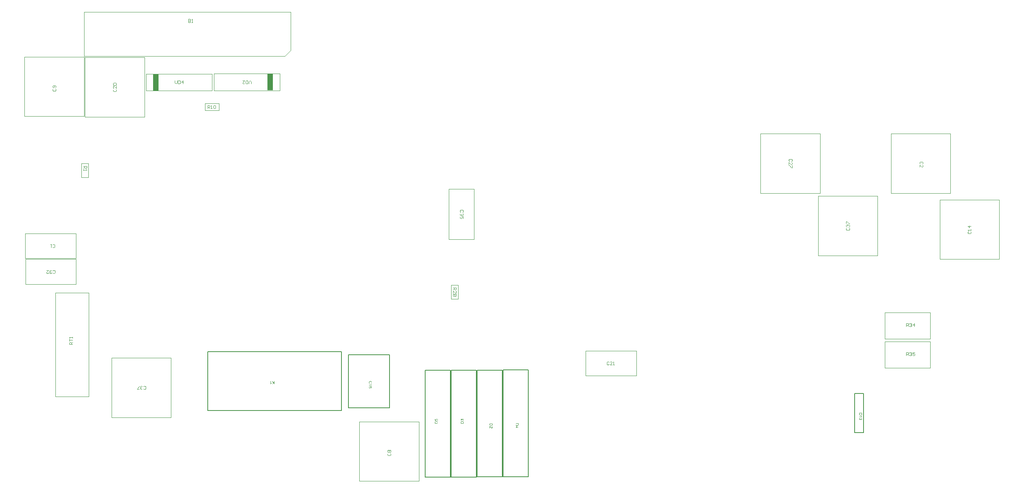
<source format=gbr>
%TF.GenerationSoftware,Altium Limited,Altium Designer,24.3.1 (35)*%
G04 Layer_Color=32768*
%FSLAX43Y43*%
%MOMM*%
%TF.SameCoordinates,76E1361F-AA3B-45A8-A24B-41510BF92E79*%
%TF.FilePolarity,Positive*%
%TF.FileFunction,Other,Top_Assembly*%
%TF.Part,Single*%
G01*
G75*
%TA.AperFunction,NonConductor*%
%ADD94C,0.200*%
%ADD133C,0.100*%
%ADD142R,1.300X3.675*%
G36*
X55875Y22260D02*
X55790D01*
Y22578D01*
X55474Y22260D01*
X55358D01*
X55626Y22520D01*
X55346Y22900D01*
X55458D01*
X55685Y22577D01*
X55790Y22678D01*
Y22900D01*
X55875D01*
Y22260D01*
D02*
G37*
G36*
X55090Y22400D02*
X55091Y22401D01*
X55096Y22404D01*
X55101Y22410D01*
X55110Y22416D01*
X55121Y22425D01*
X55134Y22434D01*
X55148Y22444D01*
X55165Y22454D01*
X55166D01*
X55167Y22455D01*
X55172Y22459D01*
X55182Y22464D01*
X55193Y22469D01*
X55206Y22476D01*
X55219Y22482D01*
X55233Y22489D01*
X55247Y22494D01*
Y22418D01*
X55246D01*
X55244Y22416D01*
X55241Y22416D01*
X55236Y22413D01*
X55231Y22410D01*
X55224Y22406D01*
X55208Y22397D01*
X55190Y22387D01*
X55171Y22374D01*
X55152Y22359D01*
X55133Y22343D01*
X55132Y22343D01*
X55131Y22342D01*
X55128Y22339D01*
X55124Y22336D01*
X55116Y22327D01*
X55105Y22316D01*
X55094Y22303D01*
X55082Y22288D01*
X55072Y22273D01*
X55062Y22257D01*
X55011D01*
Y22900D01*
X55090D01*
Y22400D01*
D02*
G37*
G36*
X103490Y13379D02*
X103489Y13362D01*
X103488Y13344D01*
X103486Y13325D01*
X103483Y13307D01*
X103481Y13291D01*
Y13290D01*
X103480Y13288D01*
Y13286D01*
X103478Y13282D01*
X103475Y13272D01*
X103470Y13259D01*
X103464Y13244D01*
X103456Y13228D01*
X103446Y13213D01*
X103434Y13198D01*
X103433Y13197D01*
X103432Y13196D01*
X103430Y13193D01*
X103427Y13190D01*
X103418Y13180D01*
X103405Y13169D01*
X103389Y13157D01*
X103371Y13144D01*
X103349Y13132D01*
X103325Y13122D01*
X103324D01*
X103322Y13121D01*
X103319Y13119D01*
X103313Y13118D01*
X103307Y13116D01*
X103299Y13114D01*
X103291Y13112D01*
X103281Y13109D01*
X103271Y13106D01*
X103259Y13104D01*
X103233Y13100D01*
X103204Y13097D01*
X103173Y13096D01*
X103172D01*
X103170D01*
X103165D01*
X103161D01*
X103154Y13097D01*
X103147D01*
X103129Y13098D01*
X103109Y13101D01*
X103088Y13104D01*
X103065Y13108D01*
X103043Y13114D01*
X103042D01*
X103040Y13115D01*
X103038Y13116D01*
X103034Y13116D01*
X103024Y13120D01*
X103011Y13126D01*
X102996Y13131D01*
X102981Y13139D01*
X102966Y13148D01*
X102951Y13157D01*
X102949Y13158D01*
X102944Y13162D01*
X102938Y13167D01*
X102929Y13175D01*
X102920Y13183D01*
X102911Y13193D01*
X102901Y13203D01*
X102893Y13215D01*
X102892Y13217D01*
X102889Y13221D01*
X102885Y13227D01*
X102881Y13237D01*
X102875Y13248D01*
X102870Y13261D01*
X102865Y13276D01*
X102860Y13292D01*
Y13294D01*
X102859Y13297D01*
X102858Y13300D01*
X102857Y13309D01*
X102856Y13322D01*
X102854Y13337D01*
X102852Y13354D01*
X102851Y13374D01*
X102850Y13395D01*
Y13625D01*
X103490D01*
Y13379D01*
D02*
G37*
G36*
X102868Y13022D02*
X102876Y13021D01*
X102885Y13019D01*
X102894Y13018D01*
X102905Y13014D01*
X102905D01*
X102906Y13013D01*
X102912Y13011D01*
X102920Y13007D01*
X102931Y13002D01*
X102944Y12994D01*
X102959Y12985D01*
X102974Y12975D01*
X102990Y12962D01*
X102991D01*
X102991Y12960D01*
X102997Y12956D01*
X103005Y12947D01*
X103017Y12935D01*
X103031Y12921D01*
X103048Y12904D01*
X103066Y12883D01*
X103086Y12859D01*
X103087Y12859D01*
X103089Y12855D01*
X103094Y12849D01*
X103100Y12843D01*
X103107Y12835D01*
X103115Y12824D01*
X103125Y12814D01*
X103135Y12802D01*
X103157Y12779D01*
X103179Y12756D01*
X103190Y12745D01*
X103201Y12735D01*
X103211Y12725D01*
X103222Y12718D01*
X103223D01*
X103224Y12716D01*
X103226Y12714D01*
X103230Y12712D01*
X103240Y12706D01*
X103252Y12699D01*
X103267Y12692D01*
X103283Y12686D01*
X103300Y12682D01*
X103317Y12680D01*
X103318D01*
X103319D01*
X103324Y12681D01*
X103334Y12682D01*
X103344Y12685D01*
X103357Y12688D01*
X103370Y12695D01*
X103383Y12703D01*
X103395Y12714D01*
X103397Y12716D01*
X103401Y12721D01*
X103406Y12727D01*
X103412Y12737D01*
X103418Y12750D01*
X103423Y12765D01*
X103427Y12783D01*
X103428Y12802D01*
Y12808D01*
X103427Y12811D01*
X103426Y12822D01*
X103423Y12835D01*
X103420Y12849D01*
X103413Y12865D01*
X103405Y12880D01*
X103394Y12894D01*
X103392Y12896D01*
X103387Y12899D01*
X103380Y12905D01*
X103369Y12910D01*
X103356Y12917D01*
X103339Y12922D01*
X103321Y12926D01*
X103299Y12928D01*
X103308Y13008D01*
X103309D01*
X103311Y13007D01*
X103316D01*
X103322Y13006D01*
X103330Y13005D01*
X103338Y13003D01*
X103348Y13000D01*
X103358Y12997D01*
X103381Y12990D01*
X103403Y12979D01*
X103414Y12972D01*
X103425Y12964D01*
X103435Y12956D01*
X103444Y12946D01*
X103445Y12945D01*
X103446Y12944D01*
X103449Y12941D01*
X103452Y12936D01*
X103456Y12931D01*
X103459Y12924D01*
X103464Y12917D01*
X103469Y12908D01*
X103473Y12897D01*
X103478Y12886D01*
X103481Y12874D01*
X103485Y12861D01*
X103488Y12847D01*
X103491Y12833D01*
X103492Y12817D01*
X103493Y12800D01*
Y12791D01*
X103492Y12785D01*
X103491Y12777D01*
X103490Y12768D01*
X103488Y12758D01*
X103486Y12748D01*
X103480Y12724D01*
X103470Y12700D01*
X103465Y12688D01*
X103458Y12675D01*
X103450Y12664D01*
X103441Y12654D01*
X103440Y12653D01*
X103439Y12651D01*
X103435Y12650D01*
X103432Y12646D01*
X103427Y12641D01*
X103420Y12637D01*
X103414Y12632D01*
X103406Y12626D01*
X103388Y12617D01*
X103366Y12608D01*
X103355Y12604D01*
X103342Y12602D01*
X103329Y12601D01*
X103315Y12600D01*
X103313D01*
X103309D01*
X103301Y12601D01*
X103291Y12602D01*
X103280Y12603D01*
X103267Y12607D01*
X103253Y12611D01*
X103239Y12616D01*
X103237Y12617D01*
X103233Y12619D01*
X103225Y12623D01*
X103215Y12628D01*
X103204Y12636D01*
X103190Y12645D01*
X103176Y12656D01*
X103161Y12669D01*
X103159Y12671D01*
X103153Y12675D01*
X103149Y12680D01*
X103144Y12685D01*
X103138Y12690D01*
X103131Y12698D01*
X103124Y12705D01*
X103115Y12714D01*
X103106Y12724D01*
X103096Y12735D01*
X103086Y12747D01*
X103074Y12760D01*
X103062Y12774D01*
X103049Y12789D01*
X103048Y12790D01*
X103046Y12792D01*
X103043Y12796D01*
X103040Y12800D01*
X103034Y12806D01*
X103028Y12812D01*
X103016Y12827D01*
X103003Y12843D01*
X102989Y12858D01*
X102977Y12871D01*
X102972Y12876D01*
X102967Y12881D01*
X102966Y12882D01*
X102964Y12884D01*
X102960Y12888D01*
X102954Y12893D01*
X102948Y12897D01*
X102942Y12903D01*
X102926Y12914D01*
Y12599D01*
X102850D01*
Y13023D01*
X102851D01*
X102855D01*
X102860D01*
X102868Y13022D01*
D02*
G37*
G36*
X109190Y13404D02*
X109189Y13387D01*
X109188Y13369D01*
X109186Y13350D01*
X109183Y13332D01*
X109181Y13316D01*
Y13315D01*
X109180Y13313D01*
Y13311D01*
X109178Y13307D01*
X109175Y13297D01*
X109170Y13284D01*
X109164Y13269D01*
X109156Y13253D01*
X109146Y13238D01*
X109134Y13223D01*
X109133Y13222D01*
X109132Y13221D01*
X109130Y13218D01*
X109127Y13215D01*
X109118Y13205D01*
X109105Y13194D01*
X109089Y13182D01*
X109071Y13169D01*
X109049Y13157D01*
X109025Y13147D01*
X109024D01*
X109022Y13146D01*
X109019Y13144D01*
X109013Y13143D01*
X109007Y13141D01*
X108999Y13139D01*
X108991Y13137D01*
X108981Y13134D01*
X108971Y13131D01*
X108959Y13129D01*
X108933Y13125D01*
X108904Y13122D01*
X108873Y13121D01*
X108872D01*
X108870D01*
X108865D01*
X108861D01*
X108854Y13122D01*
X108847D01*
X108829Y13123D01*
X108809Y13126D01*
X108788Y13129D01*
X108765Y13133D01*
X108743Y13139D01*
X108742D01*
X108740Y13140D01*
X108738Y13141D01*
X108734Y13142D01*
X108724Y13145D01*
X108711Y13151D01*
X108696Y13156D01*
X108681Y13164D01*
X108666Y13173D01*
X108651Y13182D01*
X108649Y13183D01*
X108644Y13187D01*
X108638Y13192D01*
X108630Y13200D01*
X108620Y13208D01*
X108611Y13218D01*
X108601Y13228D01*
X108593Y13240D01*
X108592Y13242D01*
X108589Y13246D01*
X108585Y13252D01*
X108580Y13262D01*
X108575Y13273D01*
X108570Y13286D01*
X108565Y13301D01*
X108560Y13317D01*
Y13319D01*
X108559Y13322D01*
X108558Y13325D01*
X108557Y13334D01*
X108556Y13347D01*
X108554Y13362D01*
X108552Y13379D01*
X108551Y13399D01*
X108550Y13420D01*
Y13650D01*
X109190D01*
Y13404D01*
D02*
G37*
G36*
Y12771D02*
Y12707D01*
X108776D01*
Y12620D01*
X108703D01*
Y12707D01*
X108550D01*
Y12786D01*
X108703D01*
Y13064D01*
X108776D01*
X109190Y12771D01*
D02*
G37*
G36*
X91324Y14636D02*
X91331Y14635D01*
X91339Y14635D01*
X91349Y14633D01*
X91360Y14631D01*
X91384Y14625D01*
X91409Y14616D01*
X91422Y14611D01*
X91434Y14603D01*
X91447Y14596D01*
X91459Y14586D01*
X91459Y14586D01*
X91462Y14584D01*
X91466Y14580D01*
X91471Y14575D01*
X91476Y14569D01*
X91483Y14562D01*
X91490Y14552D01*
X91497Y14542D01*
X91505Y14531D01*
X91511Y14518D01*
X91518Y14504D01*
X91524Y14489D01*
X91529Y14474D01*
X91533Y14456D01*
X91535Y14438D01*
X91536Y14418D01*
Y14410D01*
X91535Y14403D01*
X91534Y14396D01*
X91533Y14388D01*
X91533Y14378D01*
X91530Y14367D01*
X91524Y14344D01*
X91516Y14321D01*
X91510Y14309D01*
X91504Y14297D01*
X91496Y14286D01*
X91488Y14275D01*
X91487Y14274D01*
X91486Y14272D01*
X91483Y14270D01*
X91479Y14267D01*
X91474Y14262D01*
X91469Y14257D01*
X91461Y14252D01*
X91453Y14247D01*
X91445Y14242D01*
X91435Y14236D01*
X91412Y14226D01*
X91386Y14218D01*
X91373Y14215D01*
X91358Y14213D01*
X91351Y14295D01*
X91352D01*
X91354D01*
X91357Y14296D01*
X91361Y14297D01*
X91372Y14300D01*
X91385Y14304D01*
X91399Y14309D01*
X91415Y14317D01*
X91429Y14326D01*
X91442Y14337D01*
X91443Y14339D01*
X91447Y14342D01*
X91451Y14350D01*
X91457Y14360D01*
X91462Y14371D01*
X91467Y14385D01*
X91471Y14401D01*
X91471Y14418D01*
Y14424D01*
X91471Y14427D01*
X91470Y14439D01*
X91466Y14452D01*
X91461Y14467D01*
X91454Y14483D01*
X91443Y14500D01*
X91436Y14507D01*
X91429Y14514D01*
X91428Y14515D01*
X91427Y14516D01*
X91424Y14518D01*
X91422Y14521D01*
X91411Y14527D01*
X91398Y14535D01*
X91383Y14541D01*
X91363Y14548D01*
X91340Y14552D01*
X91328Y14554D01*
X91315D01*
X91314D01*
X91312D01*
X91309D01*
X91304Y14553D01*
X91299D01*
X91292Y14552D01*
X91277Y14550D01*
X91260Y14545D01*
X91242Y14538D01*
X91226Y14529D01*
X91210Y14516D01*
X91209D01*
X91208Y14514D01*
X91203Y14510D01*
X91197Y14501D01*
X91189Y14490D01*
X91183Y14476D01*
X91177Y14459D01*
X91172Y14439D01*
X91170Y14428D01*
Y14411D01*
X91171Y14403D01*
X91172Y14394D01*
X91175Y14383D01*
X91177Y14372D01*
X91182Y14360D01*
X91188Y14348D01*
X91189Y14347D01*
X91190Y14343D01*
X91195Y14338D01*
X91200Y14330D01*
X91206Y14323D01*
X91214Y14316D01*
X91223Y14307D01*
X91233Y14301D01*
X91223Y14227D01*
X90894Y14289D01*
Y14607D01*
X90969D01*
Y14351D01*
X91141Y14317D01*
X91140Y14317D01*
X91140Y14319D01*
X91138Y14322D01*
X91135Y14327D01*
X91132Y14332D01*
X91128Y14339D01*
X91121Y14354D01*
X91114Y14372D01*
X91107Y14392D01*
X91103Y14415D01*
X91101Y14426D01*
Y14446D01*
X91102Y14452D01*
X91103Y14459D01*
X91104Y14467D01*
X91105Y14476D01*
X91108Y14487D01*
X91115Y14509D01*
X91119Y14521D01*
X91126Y14533D01*
X91132Y14545D01*
X91140Y14557D01*
X91149Y14568D01*
X91159Y14579D01*
X91160Y14580D01*
X91162Y14582D01*
X91165Y14585D01*
X91169Y14588D01*
X91176Y14593D01*
X91182Y14598D01*
X91190Y14603D01*
X91200Y14609D01*
X91210Y14613D01*
X91221Y14619D01*
X91234Y14623D01*
X91247Y14628D01*
X91261Y14632D01*
X91276Y14635D01*
X91292Y14636D01*
X91309Y14637D01*
X91310D01*
X91312D01*
X91317D01*
X91324Y14636D01*
D02*
G37*
G36*
X91221Y14128D02*
X91228D01*
X91246Y14127D01*
X91266Y14124D01*
X91287Y14121D01*
X91310Y14117D01*
X91332Y14111D01*
X91333D01*
X91335Y14110D01*
X91337Y14109D01*
X91341Y14108D01*
X91351Y14105D01*
X91364Y14099D01*
X91379Y14094D01*
X91394Y14086D01*
X91410Y14077D01*
X91424Y14068D01*
X91426Y14067D01*
X91431Y14063D01*
X91437Y14058D01*
X91446Y14050D01*
X91455Y14042D01*
X91464Y14032D01*
X91474Y14022D01*
X91483Y14010D01*
X91483Y14008D01*
X91486Y14004D01*
X91490Y13998D01*
X91495Y13988D01*
X91500Y13977D01*
X91505Y13964D01*
X91510Y13949D01*
X91515Y13933D01*
Y13931D01*
X91516Y13928D01*
X91517Y13925D01*
X91518Y13916D01*
X91520Y13903D01*
X91521Y13888D01*
X91523Y13871D01*
X91524Y13851D01*
X91525Y13830D01*
Y13600D01*
X90885D01*
Y13846D01*
X90886Y13863D01*
X90887Y13881D01*
X90889Y13900D01*
X90892Y13918D01*
X90895Y13934D01*
Y13935D01*
X90895Y13937D01*
Y13939D01*
X90897Y13943D01*
X90900Y13953D01*
X90905Y13966D01*
X90911Y13981D01*
X90920Y13997D01*
X90929Y14012D01*
X90941Y14027D01*
X90942Y14028D01*
X90943Y14029D01*
X90945Y14032D01*
X90948Y14035D01*
X90957Y14045D01*
X90970Y14056D01*
X90986Y14068D01*
X91005Y14081D01*
X91026Y14093D01*
X91050Y14103D01*
X91051D01*
X91053Y14104D01*
X91056Y14106D01*
X91062Y14107D01*
X91068Y14109D01*
X91076Y14111D01*
X91084Y14113D01*
X91094Y14116D01*
X91104Y14119D01*
X91116Y14121D01*
X91142Y14125D01*
X91171Y14128D01*
X91202Y14129D01*
X91203D01*
X91205D01*
X91210D01*
X91214D01*
X91221Y14128D01*
D02*
G37*
G36*
X97000Y14632D02*
X97008Y14631D01*
X97016Y14629D01*
X97025Y14627D01*
X97035Y14625D01*
X97058Y14618D01*
X97070Y14612D01*
X97081Y14607D01*
X97093Y14599D01*
X97105Y14591D01*
X97117Y14582D01*
X97128Y14571D01*
X97129Y14570D01*
X97131Y14568D01*
X97133Y14564D01*
X97137Y14560D01*
X97142Y14554D01*
X97146Y14547D01*
X97152Y14538D01*
X97157Y14528D01*
X97162Y14518D01*
X97168Y14506D01*
X97172Y14494D01*
X97177Y14480D01*
X97181Y14465D01*
X97183Y14450D01*
X97185Y14434D01*
X97186Y14416D01*
Y14408D01*
X97185Y14403D01*
X97184Y14395D01*
X97183Y14387D01*
X97182Y14378D01*
X97180Y14367D01*
X97174Y14345D01*
X97165Y14322D01*
X97159Y14310D01*
X97153Y14299D01*
X97145Y14288D01*
X97136Y14277D01*
X97135Y14276D01*
X97133Y14274D01*
X97131Y14271D01*
X97127Y14268D01*
X97122Y14264D01*
X97116Y14259D01*
X97109Y14254D01*
X97101Y14248D01*
X97092Y14243D01*
X97083Y14237D01*
X97060Y14227D01*
X97035Y14219D01*
X97021Y14216D01*
X97006Y14214D01*
X96996Y14292D01*
X96997D01*
X96999Y14293D01*
X97002Y14294D01*
X97007Y14295D01*
X97012Y14296D01*
X97019Y14298D01*
X97033Y14303D01*
X97049Y14309D01*
X97065Y14317D01*
X97080Y14327D01*
X97093Y14338D01*
X97094Y14340D01*
X97097Y14343D01*
X97102Y14351D01*
X97107Y14360D01*
X97112Y14371D01*
X97117Y14385D01*
X97121Y14401D01*
X97121Y14417D01*
Y14423D01*
X97121Y14427D01*
X97120Y14437D01*
X97117Y14450D01*
X97112Y14464D01*
X97106Y14480D01*
X97097Y14496D01*
X97084Y14511D01*
X97082Y14513D01*
X97076Y14517D01*
X97068Y14523D01*
X97057Y14530D01*
X97043Y14537D01*
X97027Y14543D01*
X97009Y14548D01*
X96988Y14550D01*
X96987D01*
X96986D01*
X96983D01*
X96979Y14549D01*
X96969Y14548D01*
X96957Y14545D01*
X96942Y14541D01*
X96927Y14535D01*
X96913Y14525D01*
X96899Y14513D01*
X96897Y14512D01*
X96893Y14507D01*
X96888Y14500D01*
X96881Y14489D01*
X96875Y14476D01*
X96869Y14461D01*
X96865Y14443D01*
X96864Y14424D01*
Y14415D01*
X96864Y14409D01*
X96865Y14401D01*
X96867Y14391D01*
X96869Y14380D01*
X96872Y14368D01*
X96802Y14378D01*
Y14382D01*
X96803Y14386D01*
Y14398D01*
X96802Y14408D01*
X96800Y14420D01*
X96797Y14434D01*
X96792Y14450D01*
X96786Y14464D01*
X96778Y14480D01*
Y14481D01*
X96777Y14482D01*
X96773Y14487D01*
X96766Y14493D01*
X96758Y14500D01*
X96746Y14508D01*
X96732Y14514D01*
X96717Y14519D01*
X96707Y14521D01*
X96697D01*
X96696D01*
X96695D01*
X96690D01*
X96682Y14519D01*
X96672Y14517D01*
X96661Y14513D01*
X96649Y14509D01*
X96637Y14501D01*
X96626Y14491D01*
X96625Y14490D01*
X96621Y14486D01*
X96617Y14479D01*
X96611Y14471D01*
X96606Y14460D01*
X96602Y14447D01*
X96598Y14432D01*
X96597Y14415D01*
Y14408D01*
X96599Y14400D01*
X96601Y14389D01*
X96605Y14377D01*
X96609Y14365D01*
X96617Y14352D01*
X96626Y14340D01*
X96627Y14339D01*
X96631Y14335D01*
X96638Y14329D01*
X96647Y14323D01*
X96659Y14317D01*
X96674Y14310D01*
X96692Y14304D01*
X96712Y14301D01*
X96698Y14222D01*
X96697D01*
X96694Y14223D01*
X96691Y14224D01*
X96685Y14225D01*
X96679Y14227D01*
X96671Y14230D01*
X96654Y14235D01*
X96633Y14244D01*
X96613Y14255D01*
X96594Y14269D01*
X96576Y14287D01*
X96575Y14288D01*
X96574Y14290D01*
X96572Y14292D01*
X96570Y14296D01*
X96566Y14301D01*
X96562Y14307D01*
X96558Y14314D01*
X96554Y14322D01*
X96546Y14341D01*
X96539Y14362D01*
X96534Y14387D01*
X96533Y14400D01*
Y14423D01*
X96533Y14433D01*
X96535Y14445D01*
X96538Y14460D01*
X96543Y14476D01*
X96548Y14493D01*
X96556Y14510D01*
Y14511D01*
X96557Y14512D01*
X96559Y14517D01*
X96565Y14525D01*
X96571Y14535D01*
X96581Y14546D01*
X96591Y14557D01*
X96603Y14568D01*
X96617Y14577D01*
X96619Y14578D01*
X96623Y14581D01*
X96631Y14585D01*
X96642Y14589D01*
X96654Y14594D01*
X96668Y14598D01*
X96683Y14600D01*
X96699Y14601D01*
X96701D01*
X96706D01*
X96714Y14600D01*
X96724Y14599D01*
X96736Y14596D01*
X96749Y14591D01*
X96762Y14586D01*
X96775Y14578D01*
X96777Y14577D01*
X96780Y14574D01*
X96787Y14569D01*
X96794Y14562D01*
X96802Y14552D01*
X96812Y14541D01*
X96820Y14528D01*
X96828Y14513D01*
Y14513D01*
X96829Y14515D01*
X96830Y14518D01*
X96831Y14522D01*
X96835Y14532D01*
X96840Y14545D01*
X96848Y14560D01*
X96857Y14574D01*
X96869Y14588D01*
X96883Y14601D01*
X96885Y14602D01*
X96890Y14606D01*
X96900Y14611D01*
X96912Y14617D01*
X96926Y14623D01*
X96944Y14628D01*
X96964Y14632D01*
X96986Y14633D01*
X96987D01*
X96990D01*
X96995D01*
X97000Y14632D01*
D02*
G37*
G36*
X96871Y14128D02*
X96878D01*
X96896Y14127D01*
X96916Y14124D01*
X96937Y14121D01*
X96960Y14117D01*
X96982Y14111D01*
X96983D01*
X96985Y14110D01*
X96987Y14109D01*
X96991Y14108D01*
X97001Y14105D01*
X97014Y14099D01*
X97029Y14094D01*
X97044Y14086D01*
X97060Y14077D01*
X97074Y14068D01*
X97076Y14067D01*
X97081Y14063D01*
X97087Y14058D01*
X97096Y14050D01*
X97105Y14042D01*
X97114Y14032D01*
X97124Y14022D01*
X97133Y14010D01*
X97133Y14008D01*
X97136Y14004D01*
X97140Y13998D01*
X97145Y13988D01*
X97150Y13977D01*
X97155Y13964D01*
X97160Y13949D01*
X97165Y13933D01*
Y13931D01*
X97166Y13928D01*
X97167Y13925D01*
X97168Y13916D01*
X97170Y13903D01*
X97171Y13888D01*
X97173Y13871D01*
X97174Y13851D01*
X97175Y13830D01*
Y13600D01*
X96535D01*
Y13846D01*
X96536Y13863D01*
X96537Y13881D01*
X96539Y13900D01*
X96542Y13918D01*
X96545Y13934D01*
Y13935D01*
X96545Y13937D01*
Y13939D01*
X96547Y13943D01*
X96550Y13953D01*
X96555Y13966D01*
X96561Y13981D01*
X96570Y13997D01*
X96579Y14012D01*
X96591Y14027D01*
X96592Y14028D01*
X96593Y14029D01*
X96595Y14032D01*
X96598Y14035D01*
X96607Y14045D01*
X96620Y14056D01*
X96636Y14068D01*
X96655Y14081D01*
X96676Y14093D01*
X96700Y14103D01*
X96701D01*
X96703Y14104D01*
X96706Y14106D01*
X96712Y14107D01*
X96718Y14109D01*
X96726Y14111D01*
X96734Y14113D01*
X96744Y14116D01*
X96754Y14119D01*
X96766Y14121D01*
X96792Y14125D01*
X96821Y14128D01*
X96852Y14129D01*
X96853D01*
X96855D01*
X96860D01*
X96864D01*
X96871Y14128D01*
D02*
G37*
G36*
X76827Y22874D02*
X76836D01*
X76846Y22873D01*
X76858Y22872D01*
X76870Y22870D01*
X76897Y22866D01*
X76926Y22859D01*
X76956Y22850D01*
X76984Y22837D01*
X76985Y22836D01*
X76988Y22835D01*
X76992Y22833D01*
X76996Y22830D01*
X77003Y22826D01*
X77010Y22821D01*
X77027Y22809D01*
X77045Y22794D01*
X77064Y22775D01*
X77082Y22754D01*
X77098Y22729D01*
X77099Y22728D01*
X77100Y22725D01*
X77102Y22722D01*
X77105Y22717D01*
X77107Y22710D01*
X77110Y22702D01*
X77114Y22693D01*
X77118Y22683D01*
X77121Y22672D01*
X77125Y22660D01*
X77131Y22634D01*
X77135Y22604D01*
X77137Y22574D01*
Y22564D01*
X77136Y22558D01*
X77135Y22550D01*
X77134Y22539D01*
X77133Y22529D01*
X77131Y22517D01*
X77125Y22492D01*
X77117Y22465D01*
X77111Y22451D01*
X77105Y22438D01*
X77096Y22425D01*
X77088Y22412D01*
X77087Y22411D01*
X77086Y22409D01*
X77083Y22405D01*
X77079Y22401D01*
X77074Y22396D01*
X77068Y22390D01*
X77060Y22383D01*
X77053Y22376D01*
X77044Y22368D01*
X77033Y22361D01*
X77021Y22353D01*
X77009Y22345D01*
X76996Y22339D01*
X76982Y22331D01*
X76967Y22326D01*
X76950Y22320D01*
X76931Y22403D01*
X76932D01*
X76934Y22404D01*
X76937Y22406D01*
X76942Y22408D01*
X76947Y22410D01*
X76955Y22413D01*
X76970Y22420D01*
X76986Y22429D01*
X77003Y22440D01*
X77019Y22454D01*
X77033Y22469D01*
X77034Y22471D01*
X77038Y22477D01*
X77043Y22486D01*
X77049Y22498D01*
X77055Y22514D01*
X77060Y22531D01*
X77064Y22552D01*
X77065Y22575D01*
Y22583D01*
X77064Y22587D01*
Y22594D01*
X77063Y22601D01*
X77060Y22619D01*
X77057Y22638D01*
X77050Y22659D01*
X77041Y22680D01*
X77029Y22699D01*
Y22700D01*
X77027Y22701D01*
X77022Y22708D01*
X77015Y22716D01*
X77004Y22726D01*
X76990Y22738D01*
X76974Y22749D01*
X76955Y22759D01*
X76934Y22769D01*
X76933D01*
X76931Y22770D01*
X76928Y22771D01*
X76923Y22771D01*
X76918Y22773D01*
X76911Y22775D01*
X76896Y22778D01*
X76877Y22782D01*
X76857Y22785D01*
X76835Y22787D01*
X76811Y22788D01*
X76810D01*
X76807D01*
X76802D01*
X76797D01*
X76790Y22787D01*
X76782D01*
X76773Y22786D01*
X76763Y22785D01*
X76740Y22783D01*
X76716Y22778D01*
X76692Y22772D01*
X76668Y22765D01*
X76667D01*
X76665Y22764D01*
X76663Y22762D01*
X76658Y22760D01*
X76647Y22755D01*
X76634Y22747D01*
X76619Y22736D01*
X76604Y22723D01*
X76590Y22709D01*
X76577Y22691D01*
Y22690D01*
X76576Y22688D01*
X76574Y22685D01*
X76572Y22682D01*
X76570Y22677D01*
X76567Y22672D01*
X76562Y22659D01*
X76556Y22642D01*
X76552Y22624D01*
X76548Y22603D01*
X76547Y22582D01*
Y22575D01*
X76548Y22570D01*
Y22563D01*
X76549Y22557D01*
X76553Y22540D01*
X76557Y22521D01*
X76565Y22501D01*
X76575Y22481D01*
X76580Y22471D01*
X76588Y22462D01*
X76589Y22461D01*
X76590Y22460D01*
X76592Y22457D01*
X76595Y22453D01*
X76600Y22450D01*
X76605Y22445D01*
X76611Y22440D01*
X76618Y22435D01*
X76627Y22429D01*
X76636Y22423D01*
X76645Y22417D01*
X76656Y22412D01*
X76668Y22407D01*
X76681Y22403D01*
X76695Y22398D01*
X76710Y22394D01*
X76689Y22309D01*
X76688D01*
X76684Y22310D01*
X76678Y22312D01*
X76671Y22315D01*
X76663Y22317D01*
X76652Y22321D01*
X76641Y22326D01*
X76629Y22331D01*
X76604Y22344D01*
X76578Y22361D01*
X76565Y22371D01*
X76552Y22381D01*
X76541Y22392D01*
X76530Y22405D01*
X76529Y22406D01*
X76527Y22408D01*
X76525Y22413D01*
X76521Y22417D01*
X76517Y22425D01*
X76512Y22432D01*
X76507Y22442D01*
X76503Y22452D01*
X76497Y22465D01*
X76493Y22477D01*
X76488Y22491D01*
X76483Y22506D01*
X76480Y22522D01*
X76478Y22538D01*
X76476Y22556D01*
X76475Y22575D01*
Y22585D01*
X76476Y22592D01*
Y22600D01*
X76477Y22611D01*
X76479Y22622D01*
X76481Y22635D01*
X76485Y22661D01*
X76493Y22689D01*
X76503Y22717D01*
X76509Y22730D01*
X76517Y22743D01*
X76518Y22744D01*
X76518Y22746D01*
X76521Y22749D01*
X76525Y22753D01*
X76529Y22759D01*
X76534Y22765D01*
X76541Y22772D01*
X76548Y22780D01*
X76556Y22787D01*
X76565Y22795D01*
X76586Y22812D01*
X76611Y22828D01*
X76639Y22842D01*
X76640D01*
X76642Y22844D01*
X76647Y22844D01*
X76652Y22847D01*
X76660Y22849D01*
X76669Y22852D01*
X76679Y22856D01*
X76690Y22858D01*
X76702Y22861D01*
X76716Y22865D01*
X76745Y22869D01*
X76777Y22873D01*
X76811Y22875D01*
X76812D01*
X76815D01*
X76821D01*
X76827Y22874D01*
D02*
G37*
G36*
X76968Y22176D02*
X76970Y22174D01*
X76971Y22170D01*
X76973Y22166D01*
X76976Y22160D01*
X76980Y22154D01*
X76989Y22138D01*
X76999Y22120D01*
X77012Y22101D01*
X77027Y22082D01*
X77043Y22062D01*
X77044Y22061D01*
X77045Y22060D01*
X77047Y22058D01*
X77050Y22054D01*
X77059Y22046D01*
X77070Y22035D01*
X77083Y22023D01*
X77098Y22011D01*
X77113Y22001D01*
X77129Y21992D01*
Y21941D01*
X76486D01*
Y22020D01*
X76986D01*
X76985Y22021D01*
X76982Y22025D01*
X76976Y22031D01*
X76970Y22040D01*
X76961Y22050D01*
X76952Y22063D01*
X76942Y22078D01*
X76932Y22095D01*
Y22096D01*
X76931Y22097D01*
X76927Y22102D01*
X76922Y22111D01*
X76917Y22122D01*
X76910Y22135D01*
X76904Y22149D01*
X76898Y22163D01*
X76892Y22177D01*
X76968D01*
Y22176D01*
D02*
G37*
G36*
X76802Y21742D02*
X76815D01*
X76830Y21742D01*
X76848Y21740D01*
X76867Y21738D01*
X76888Y21735D01*
X76910Y21731D01*
X76933Y21727D01*
X76955Y21721D01*
X76977Y21715D01*
X76998Y21706D01*
X77019Y21697D01*
X77038Y21687D01*
X77055Y21675D01*
X77056Y21674D01*
X77057Y21672D01*
X77061Y21668D01*
X77067Y21664D01*
X77072Y21658D01*
X77078Y21651D01*
X77085Y21642D01*
X77092Y21632D01*
X77098Y21621D01*
X77106Y21609D01*
X77111Y21595D01*
X77118Y21582D01*
X77122Y21566D01*
X77126Y21549D01*
X77128Y21532D01*
X77129Y21513D01*
Y21506D01*
X77128Y21500D01*
Y21494D01*
X77127Y21486D01*
X77123Y21469D01*
X77118Y21449D01*
X77111Y21429D01*
X77100Y21409D01*
X77094Y21398D01*
X77086Y21389D01*
X77085Y21388D01*
X77084Y21387D01*
X77081Y21385D01*
X77079Y21382D01*
X77074Y21377D01*
X77069Y21374D01*
X77056Y21363D01*
X77039Y21353D01*
X77019Y21344D01*
X76996Y21336D01*
X76970Y21330D01*
X76963Y21409D01*
X76964D01*
X76965Y21410D01*
X76971Y21411D01*
X76979Y21413D01*
X76989Y21417D01*
X77000Y21421D01*
X77011Y21426D01*
X77021Y21433D01*
X77030Y21439D01*
X77032Y21441D01*
X77035Y21445D01*
X77041Y21451D01*
X77047Y21460D01*
X77053Y21472D01*
X77058Y21485D01*
X77062Y21501D01*
X77064Y21518D01*
Y21524D01*
X77063Y21532D01*
X77061Y21540D01*
X77058Y21551D01*
X77055Y21562D01*
X77050Y21573D01*
X77043Y21584D01*
X77042Y21586D01*
X77038Y21591D01*
X77032Y21597D01*
X77022Y21606D01*
X77011Y21615D01*
X76998Y21625D01*
X76982Y21634D01*
X76963Y21643D01*
X76962D01*
X76960Y21644D01*
X76958Y21645D01*
X76954Y21647D01*
X76948Y21648D01*
X76942Y21650D01*
X76934Y21652D01*
X76925Y21654D01*
X76915Y21656D01*
X76904Y21658D01*
X76892Y21660D01*
X76879Y21661D01*
X76864Y21663D01*
X76849Y21664D01*
X76833Y21665D01*
X76816D01*
X76817Y21664D01*
X76823Y21660D01*
X76830Y21654D01*
X76839Y21645D01*
X76850Y21636D01*
X76861Y21624D01*
X76871Y21611D01*
X76880Y21596D01*
Y21595D01*
X76881Y21594D01*
X76884Y21589D01*
X76886Y21581D01*
X76891Y21570D01*
X76895Y21557D01*
X76898Y21542D01*
X76900Y21526D01*
X76901Y21509D01*
Y21502D01*
X76900Y21496D01*
X76899Y21489D01*
X76898Y21482D01*
X76897Y21472D01*
X76894Y21463D01*
X76887Y21442D01*
X76883Y21431D01*
X76876Y21420D01*
X76870Y21409D01*
X76862Y21397D01*
X76853Y21386D01*
X76843Y21375D01*
X76842Y21374D01*
X76840Y21373D01*
X76837Y21370D01*
X76833Y21367D01*
X76826Y21362D01*
X76820Y21358D01*
X76812Y21353D01*
X76802Y21348D01*
X76792Y21342D01*
X76781Y21337D01*
X76768Y21333D01*
X76755Y21328D01*
X76741Y21325D01*
X76726Y21323D01*
X76710Y21321D01*
X76693Y21320D01*
X76692D01*
X76690D01*
X76688D01*
X76683D01*
X76677Y21321D01*
X76672D01*
X76657Y21324D01*
X76640Y21326D01*
X76621Y21331D01*
X76601Y21337D01*
X76581Y21347D01*
X76580D01*
X76579Y21348D01*
X76577Y21349D01*
X76573Y21351D01*
X76564Y21357D01*
X76552Y21365D01*
X76539Y21375D01*
X76526Y21387D01*
X76513Y21402D01*
X76502Y21418D01*
Y21419D01*
X76501Y21420D01*
X76499Y21423D01*
X76498Y21426D01*
X76493Y21435D01*
X76489Y21447D01*
X76483Y21463D01*
X76480Y21481D01*
X76476Y21500D01*
X76475Y21521D01*
Y21526D01*
X76476Y21531D01*
Y21538D01*
X76477Y21546D01*
X76479Y21556D01*
X76481Y21567D01*
X76484Y21578D01*
X76488Y21591D01*
X76493Y21604D01*
X76498Y21617D01*
X76506Y21631D01*
X76514Y21643D01*
X76523Y21656D01*
X76534Y21669D01*
X76547Y21681D01*
X76548Y21682D01*
X76551Y21684D01*
X76554Y21687D01*
X76561Y21691D01*
X76569Y21696D01*
X76579Y21701D01*
X76591Y21706D01*
X76604Y21712D01*
X76619Y21718D01*
X76637Y21724D01*
X76656Y21729D01*
X76677Y21733D01*
X76701Y21738D01*
X76727Y21741D01*
X76755Y21742D01*
X76785Y21743D01*
X76786D01*
X76787D01*
X76789D01*
X76793D01*
X76802Y21742D01*
D02*
G37*
G36*
X184226Y15679D02*
X184225Y15662D01*
X184224Y15644D01*
X184222Y15625D01*
X184219Y15607D01*
X184217Y15591D01*
Y15590D01*
X184216Y15588D01*
Y15586D01*
X184214Y15582D01*
X184211Y15572D01*
X184206Y15559D01*
X184200Y15544D01*
X184192Y15528D01*
X184182Y15513D01*
X184170Y15498D01*
X184169Y15497D01*
X184169Y15496D01*
X184166Y15493D01*
X184163Y15490D01*
X184154Y15480D01*
X184141Y15469D01*
X184125Y15457D01*
X184107Y15444D01*
X184085Y15432D01*
X184061Y15422D01*
X184060D01*
X184059Y15421D01*
X184055Y15419D01*
X184049Y15418D01*
X184043Y15416D01*
X184035Y15414D01*
X184027Y15412D01*
X184017Y15409D01*
X184007Y15406D01*
X183995Y15404D01*
X183969Y15400D01*
X183940Y15397D01*
X183909Y15396D01*
X183908D01*
X183906D01*
X183901D01*
X183897D01*
X183890Y15397D01*
X183883D01*
X183865Y15398D01*
X183845Y15401D01*
X183824Y15404D01*
X183801Y15408D01*
X183779Y15414D01*
X183778D01*
X183777Y15415D01*
X183774Y15416D01*
X183770Y15417D01*
X183760Y15420D01*
X183747Y15426D01*
X183732Y15431D01*
X183717Y15439D01*
X183702Y15448D01*
X183687Y15457D01*
X183685Y15458D01*
X183680Y15462D01*
X183674Y15467D01*
X183666Y15475D01*
X183656Y15483D01*
X183647Y15493D01*
X183637Y15503D01*
X183629Y15515D01*
X183628Y15517D01*
X183625Y15521D01*
X183621Y15527D01*
X183617Y15537D01*
X183611Y15548D01*
X183606Y15561D01*
X183601Y15576D01*
X183596Y15592D01*
Y15594D01*
X183595Y15597D01*
X183594Y15600D01*
X183593Y15609D01*
X183592Y15622D01*
X183590Y15637D01*
X183588Y15654D01*
X183587Y15674D01*
X183586Y15695D01*
Y15925D01*
X184226D01*
Y15679D01*
D02*
G37*
G36*
X184068Y15251D02*
X184070Y15249D01*
X184071Y15245D01*
X184073Y15241D01*
X184076Y15235D01*
X184080Y15229D01*
X184089Y15213D01*
X184099Y15195D01*
X184112Y15176D01*
X184127Y15157D01*
X184143Y15137D01*
X184144Y15136D01*
X184145Y15135D01*
X184147Y15133D01*
X184150Y15129D01*
X184159Y15121D01*
X184170Y15110D01*
X184183Y15098D01*
X184198Y15086D01*
X184213Y15076D01*
X184229Y15067D01*
Y15016D01*
X183586D01*
Y15095D01*
X184086D01*
X184085Y15096D01*
X184082Y15100D01*
X184076Y15106D01*
X184070Y15115D01*
X184061Y15125D01*
X184052Y15138D01*
X184042Y15153D01*
X184032Y15170D01*
Y15171D01*
X184031Y15171D01*
X184027Y15177D01*
X184022Y15186D01*
X184017Y15197D01*
X184010Y15210D01*
X184004Y15224D01*
X183998Y15238D01*
X183992Y15252D01*
X184068D01*
Y15251D01*
D02*
G37*
G36*
X183765Y14735D02*
X183765D01*
X183763Y14734D01*
X183759Y14733D01*
X183754Y14732D01*
X183749Y14731D01*
X183742Y14730D01*
X183728Y14725D01*
X183712Y14718D01*
X183696Y14710D01*
X183681Y14701D01*
X183668Y14690D01*
X183667Y14688D01*
X183664Y14684D01*
X183659Y14677D01*
X183654Y14668D01*
X183649Y14657D01*
X183644Y14643D01*
X183641Y14627D01*
X183640Y14610D01*
Y14605D01*
X183641Y14601D01*
X183642Y14591D01*
X183644Y14578D01*
X183649Y14563D01*
X183655Y14547D01*
X183665Y14532D01*
X183678Y14517D01*
X183679Y14515D01*
X183685Y14510D01*
X183693Y14505D01*
X183704Y14497D01*
X183718Y14490D01*
X183734Y14485D01*
X183753Y14480D01*
X183773Y14478D01*
X183774D01*
X183776D01*
X183778D01*
X183782Y14479D01*
X183792Y14480D01*
X183804Y14483D01*
X183819Y14486D01*
X183834Y14493D01*
X183849Y14502D01*
X183863Y14514D01*
X183864Y14516D01*
X183868Y14521D01*
X183874Y14528D01*
X183880Y14538D01*
X183887Y14551D01*
X183892Y14567D01*
X183896Y14584D01*
X183898Y14604D01*
Y14612D01*
X183897Y14619D01*
X183896Y14627D01*
X183894Y14636D01*
X183892Y14647D01*
X183889Y14659D01*
X183959Y14650D01*
Y14645D01*
X183958Y14642D01*
Y14630D01*
X183960Y14620D01*
X183961Y14608D01*
X183964Y14594D01*
X183969Y14578D01*
X183975Y14563D01*
X183984Y14547D01*
Y14546D01*
X183985Y14546D01*
X183988Y14541D01*
X183995Y14534D01*
X184003Y14527D01*
X184015Y14520D01*
X184029Y14513D01*
X184045Y14509D01*
X184054Y14507D01*
X184064D01*
X184065D01*
X184066D01*
X184071D01*
X184079Y14509D01*
X184089Y14510D01*
X184100Y14514D01*
X184112Y14519D01*
X184124Y14526D01*
X184135Y14536D01*
X184136Y14537D01*
X184140Y14542D01*
X184145Y14548D01*
X184150Y14557D01*
X184155Y14568D01*
X184159Y14581D01*
X184163Y14595D01*
X184164Y14612D01*
Y14620D01*
X184162Y14628D01*
X184160Y14639D01*
X184157Y14651D01*
X184152Y14663D01*
X184145Y14676D01*
X184135Y14688D01*
X184134Y14689D01*
X184130Y14693D01*
X184123Y14698D01*
X184114Y14705D01*
X184102Y14711D01*
X184087Y14718D01*
X184070Y14723D01*
X184049Y14727D01*
X184063Y14805D01*
X184064D01*
X184067Y14804D01*
X184071Y14804D01*
X184076Y14803D01*
X184083Y14801D01*
X184090Y14798D01*
X184108Y14792D01*
X184128Y14783D01*
X184148Y14772D01*
X184168Y14758D01*
X184185Y14741D01*
X184186Y14740D01*
X184187Y14738D01*
X184189Y14735D01*
X184192Y14731D01*
X184195Y14727D01*
X184199Y14720D01*
X184203Y14714D01*
X184207Y14706D01*
X184215Y14687D01*
X184222Y14666D01*
X184227Y14641D01*
X184229Y14628D01*
Y14605D01*
X184228Y14595D01*
X184226Y14583D01*
X184223Y14568D01*
X184218Y14551D01*
X184213Y14534D01*
X184206Y14518D01*
Y14517D01*
X184205Y14516D01*
X184202Y14510D01*
X184196Y14502D01*
X184190Y14493D01*
X184181Y14482D01*
X184170Y14471D01*
X184158Y14460D01*
X184145Y14450D01*
X184143Y14449D01*
X184138Y14447D01*
X184130Y14443D01*
X184120Y14438D01*
X184108Y14434D01*
X184094Y14430D01*
X184078Y14427D01*
X184062Y14426D01*
X184060D01*
X184055D01*
X184047Y14427D01*
X184037Y14429D01*
X184025Y14432D01*
X184012Y14436D01*
X183999Y14442D01*
X183986Y14449D01*
X183985Y14450D01*
X183981Y14453D01*
X183974Y14459D01*
X183967Y14466D01*
X183959Y14475D01*
X183949Y14486D01*
X183941Y14499D01*
X183933Y14515D01*
Y14514D01*
X183932Y14512D01*
X183931Y14510D01*
X183930Y14506D01*
X183926Y14496D01*
X183921Y14483D01*
X183913Y14468D01*
X183904Y14453D01*
X183892Y14439D01*
X183878Y14426D01*
X183876Y14425D01*
X183871Y14422D01*
X183862Y14416D01*
X183850Y14411D01*
X183835Y14405D01*
X183817Y14399D01*
X183797Y14396D01*
X183775Y14395D01*
X183774D01*
X183771D01*
X183766D01*
X183761Y14396D01*
X183753Y14397D01*
X183745Y14399D01*
X183736Y14400D01*
X183726Y14402D01*
X183704Y14410D01*
X183691Y14415D01*
X183680Y14421D01*
X183668Y14428D01*
X183656Y14436D01*
X183644Y14446D01*
X183633Y14457D01*
X183632Y14458D01*
X183630Y14460D01*
X183628Y14463D01*
X183624Y14468D01*
X183619Y14473D01*
X183615Y14481D01*
X183609Y14489D01*
X183605Y14499D01*
X183599Y14510D01*
X183593Y14522D01*
X183589Y14534D01*
X183584Y14547D01*
X183581Y14562D01*
X183578Y14578D01*
X183576Y14594D01*
X183575Y14611D01*
Y14620D01*
X183576Y14625D01*
X183577Y14632D01*
X183578Y14641D01*
X183580Y14650D01*
X183581Y14660D01*
X183587Y14682D01*
X183596Y14706D01*
X183602Y14718D01*
X183608Y14729D01*
X183617Y14740D01*
X183625Y14751D01*
X183626Y14752D01*
X183628Y14754D01*
X183630Y14756D01*
X183634Y14759D01*
X183639Y14764D01*
X183645Y14768D01*
X183652Y14774D01*
X183660Y14779D01*
X183669Y14785D01*
X183679Y14791D01*
X183701Y14801D01*
X183727Y14809D01*
X183740Y14812D01*
X183755Y14814D01*
X183765Y14735D01*
D02*
G37*
%LPC*%
G36*
X103414Y13540D02*
X102926D01*
Y13388D01*
X102927Y13382D01*
X102928Y13368D01*
X102929Y13352D01*
X102930Y13336D01*
X102933Y13319D01*
X102937Y13305D01*
X102938Y13303D01*
X102939Y13299D01*
X102942Y13292D01*
X102945Y13284D01*
X102951Y13275D01*
X102956Y13265D01*
X102963Y13256D01*
X102970Y13247D01*
X102972Y13246D01*
X102976Y13242D01*
X102982Y13237D01*
X102991Y13230D01*
X103003Y13223D01*
X103017Y13215D01*
X103033Y13207D01*
X103051Y13201D01*
X103052D01*
X103053Y13200D01*
X103056Y13199D01*
X103060Y13198D01*
X103064Y13197D01*
X103071Y13195D01*
X103077Y13193D01*
X103085Y13191D01*
X103103Y13189D01*
X103125Y13186D01*
X103149Y13184D01*
X103175Y13183D01*
X103175D01*
X103179D01*
X103184D01*
X103191Y13184D01*
X103199D01*
X103209Y13185D01*
X103220Y13186D01*
X103231Y13187D01*
X103256Y13191D01*
X103282Y13197D01*
X103306Y13205D01*
X103318Y13211D01*
X103328Y13216D01*
X103329D01*
X103331Y13218D01*
X103334Y13220D01*
X103337Y13222D01*
X103346Y13229D01*
X103358Y13239D01*
X103370Y13251D01*
X103382Y13264D01*
X103392Y13280D01*
X103400Y13297D01*
X103401Y13299D01*
X103402Y13303D01*
X103405Y13312D01*
X103407Y13324D01*
X103409Y13338D01*
X103412Y13357D01*
X103413Y13368D01*
Y13380D01*
X103414Y13392D01*
Y13540D01*
D02*
G37*
G36*
X109114Y13565D02*
X108626D01*
Y13413D01*
X108627Y13407D01*
X108628Y13393D01*
X108629Y13377D01*
X108630Y13361D01*
X108633Y13344D01*
X108637Y13330D01*
X108638Y13328D01*
X108639Y13324D01*
X108642Y13317D01*
X108645Y13309D01*
X108651Y13300D01*
X108656Y13290D01*
X108663Y13281D01*
X108670Y13272D01*
X108672Y13271D01*
X108676Y13267D01*
X108682Y13262D01*
X108691Y13255D01*
X108703Y13248D01*
X108717Y13240D01*
X108733Y13232D01*
X108751Y13226D01*
X108752D01*
X108753Y13225D01*
X108756Y13224D01*
X108760Y13223D01*
X108764Y13222D01*
X108771Y13220D01*
X108777Y13218D01*
X108785Y13216D01*
X108803Y13214D01*
X108825Y13211D01*
X108849Y13209D01*
X108875Y13208D01*
X108875D01*
X108879D01*
X108884D01*
X108891Y13209D01*
X108899D01*
X108909Y13210D01*
X108920Y13211D01*
X108931Y13212D01*
X108956Y13216D01*
X108982Y13222D01*
X109006Y13230D01*
X109018Y13236D01*
X109028Y13241D01*
X109029D01*
X109031Y13243D01*
X109034Y13245D01*
X109037Y13247D01*
X109046Y13254D01*
X109058Y13264D01*
X109070Y13276D01*
X109082Y13289D01*
X109092Y13305D01*
X109100Y13322D01*
X109101Y13324D01*
X109102Y13328D01*
X109105Y13337D01*
X109107Y13349D01*
X109109Y13363D01*
X109112Y13382D01*
X109113Y13393D01*
Y13405D01*
X109114Y13417D01*
Y13565D01*
D02*
G37*
G36*
X108776Y12987D02*
Y12786D01*
X109062D01*
X108776Y12987D01*
D02*
G37*
G36*
X91201Y14042D02*
X91200D01*
X91196D01*
X91191D01*
X91184Y14041D01*
X91176D01*
X91166Y14040D01*
X91155Y14039D01*
X91144Y14038D01*
X91119Y14034D01*
X91093Y14028D01*
X91069Y14020D01*
X91057Y14014D01*
X91047Y14009D01*
X91046D01*
X91044Y14007D01*
X91042Y14005D01*
X91038Y14003D01*
X91029Y13996D01*
X91018Y13986D01*
X91006Y13974D01*
X90993Y13961D01*
X90983Y13945D01*
X90975Y13928D01*
X90974Y13926D01*
X90973Y13922D01*
X90970Y13913D01*
X90968Y13901D01*
X90966Y13887D01*
X90963Y13868D01*
X90962Y13857D01*
Y13845D01*
X90961Y13833D01*
Y13685D01*
X91449D01*
Y13837D01*
X91448Y13843D01*
X91447Y13857D01*
X91447Y13873D01*
X91445Y13889D01*
X91442Y13906D01*
X91438Y13920D01*
X91437Y13922D01*
X91436Y13926D01*
X91434Y13933D01*
X91430Y13941D01*
X91424Y13950D01*
X91419Y13960D01*
X91412Y13969D01*
X91405Y13978D01*
X91403Y13979D01*
X91399Y13983D01*
X91393Y13988D01*
X91384Y13995D01*
X91372Y14002D01*
X91358Y14010D01*
X91342Y14018D01*
X91324Y14024D01*
X91324D01*
X91322Y14025D01*
X91319Y14026D01*
X91315Y14027D01*
X91311Y14028D01*
X91304Y14030D01*
X91298Y14032D01*
X91290Y14034D01*
X91272Y14036D01*
X91251Y14039D01*
X91226Y14041D01*
X91201Y14042D01*
D02*
G37*
G36*
X96851Y14042D02*
X96850D01*
X96846D01*
X96841D01*
X96834Y14041D01*
X96826D01*
X96816Y14040D01*
X96805Y14039D01*
X96794Y14038D01*
X96769Y14034D01*
X96743Y14028D01*
X96719Y14020D01*
X96707Y14014D01*
X96697Y14009D01*
X96696D01*
X96694Y14007D01*
X96692Y14005D01*
X96688Y14003D01*
X96679Y13996D01*
X96668Y13986D01*
X96656Y13974D01*
X96643Y13961D01*
X96633Y13945D01*
X96625Y13928D01*
X96624Y13926D01*
X96623Y13922D01*
X96620Y13913D01*
X96618Y13901D01*
X96616Y13887D01*
X96613Y13868D01*
X96612Y13857D01*
Y13845D01*
X96611Y13833D01*
Y13685D01*
X97099D01*
Y13837D01*
X97098Y13843D01*
X97097Y13857D01*
X97097Y13873D01*
X97095Y13889D01*
X97092Y13906D01*
X97088Y13920D01*
X97087Y13922D01*
X97086Y13926D01*
X97084Y13933D01*
X97080Y13941D01*
X97074Y13950D01*
X97069Y13960D01*
X97062Y13969D01*
X97055Y13978D01*
X97053Y13979D01*
X97049Y13983D01*
X97043Y13988D01*
X97034Y13995D01*
X97022Y14002D01*
X97008Y14010D01*
X96992Y14018D01*
X96974Y14024D01*
X96974D01*
X96972Y14025D01*
X96969Y14026D01*
X96965Y14027D01*
X96961Y14028D01*
X96954Y14030D01*
X96948Y14032D01*
X96940Y14034D01*
X96922Y14036D01*
X96900Y14039D01*
X96876Y14041D01*
X96851Y14042D01*
D02*
G37*
G36*
X76693Y21653D02*
X76691D01*
X76687D01*
X76678Y21652D01*
X76668Y21651D01*
X76656Y21649D01*
X76643Y21645D01*
X76629Y21642D01*
X76616Y21636D01*
X76614Y21635D01*
X76609Y21632D01*
X76603Y21629D01*
X76594Y21623D01*
X76586Y21617D01*
X76576Y21608D01*
X76567Y21599D01*
X76559Y21588D01*
X76558Y21586D01*
X76556Y21582D01*
X76553Y21576D01*
X76550Y21568D01*
X76546Y21558D01*
X76542Y21547D01*
X76541Y21535D01*
X76540Y21522D01*
Y21518D01*
X76541Y21514D01*
X76542Y21505D01*
X76544Y21493D01*
X76550Y21480D01*
X76556Y21465D01*
X76567Y21450D01*
X76572Y21443D01*
X76579Y21436D01*
X76580D01*
X76581Y21435D01*
X76587Y21431D01*
X76596Y21425D01*
X76608Y21418D01*
X76624Y21411D01*
X76642Y21406D01*
X76664Y21402D01*
X76689Y21400D01*
X76689D01*
X76691D01*
X76695D01*
X76700Y21401D01*
X76705D01*
X76712Y21402D01*
X76726Y21405D01*
X76743Y21409D01*
X76761Y21415D01*
X76777Y21424D01*
X76793Y21436D01*
X76795Y21438D01*
X76800Y21443D01*
X76805Y21450D01*
X76812Y21460D01*
X76820Y21473D01*
X76825Y21488D01*
X76830Y21506D01*
X76832Y21525D01*
Y21531D01*
X76831Y21534D01*
X76830Y21544D01*
X76827Y21557D01*
X76823Y21570D01*
X76815Y21586D01*
X76806Y21601D01*
X76793Y21616D01*
X76791Y21618D01*
X76787Y21621D01*
X76778Y21628D01*
X76766Y21634D01*
X76752Y21641D01*
X76735Y21647D01*
X76715Y21651D01*
X76693Y21653D01*
D02*
G37*
G36*
X184150Y15840D02*
X183662D01*
Y15688D01*
X183663Y15682D01*
X183664Y15668D01*
X183665Y15652D01*
X183667Y15636D01*
X183669Y15619D01*
X183673Y15605D01*
X183674Y15603D01*
X183675Y15599D01*
X183678Y15592D01*
X183681Y15584D01*
X183687Y15575D01*
X183692Y15565D01*
X183699Y15556D01*
X183706Y15547D01*
X183708Y15546D01*
X183712Y15542D01*
X183718Y15537D01*
X183728Y15530D01*
X183740Y15523D01*
X183753Y15515D01*
X183769Y15507D01*
X183787Y15501D01*
X183788D01*
X183789Y15500D01*
X183792Y15499D01*
X183796Y15498D01*
X183801Y15497D01*
X183807Y15495D01*
X183814Y15493D01*
X183821Y15491D01*
X183839Y15489D01*
X183861Y15486D01*
X183885Y15484D01*
X183911Y15483D01*
X183912D01*
X183915D01*
X183920D01*
X183927Y15484D01*
X183936D01*
X183945Y15485D01*
X183956Y15486D01*
X183967Y15487D01*
X183992Y15491D01*
X184018Y15497D01*
X184042Y15505D01*
X184054Y15511D01*
X184064Y15516D01*
X184065D01*
X184067Y15518D01*
X184070Y15520D01*
X184073Y15522D01*
X184083Y15529D01*
X184094Y15539D01*
X184106Y15551D01*
X184118Y15564D01*
X184128Y15580D01*
X184136Y15597D01*
X184137Y15599D01*
X184138Y15603D01*
X184141Y15612D01*
X184144Y15624D01*
X184145Y15638D01*
X184148Y15657D01*
X184149Y15668D01*
Y15680D01*
X184150Y15692D01*
Y15840D01*
D02*
G37*
%LPD*%
D94*
X41275Y16450D02*
X70475D01*
X41275D02*
Y29350D01*
X70475D01*
Y16450D02*
Y29350D01*
X100100Y25295D02*
X105600D01*
X100100Y1955D02*
Y25295D01*
Y1955D02*
X105600D01*
Y25295D01*
X105800Y25320D02*
X111300D01*
X105800Y1980D02*
Y25320D01*
Y1980D02*
X111300D01*
Y25320D01*
X88786Y1930D02*
X94286D01*
Y25270D01*
X88786D02*
X94286D01*
X88786Y1930D02*
Y25270D01*
X94436Y1930D02*
X99936D01*
Y25270D01*
X94436D02*
X99936D01*
X94436Y1930D02*
Y25270D01*
X80975Y17075D02*
Y28675D01*
X71975Y17075D02*
X80975D01*
X71975D02*
Y28675D01*
X80975D01*
X182625Y20200D02*
X184525D01*
X182625Y11650D02*
Y20200D01*
Y11650D02*
X184525D01*
Y20200D01*
D133*
X74425Y14050D02*
X87425D01*
Y1050D02*
Y14050D01*
X74425Y1050D02*
Y14050D01*
Y1050D02*
X87425D01*
X15325Y19525D02*
Y42225D01*
X8025Y19525D02*
Y42225D01*
X15325D01*
X8025Y19525D02*
X15325D01*
X12500Y49749D02*
Y55199D01*
X1425Y49749D02*
Y55199D01*
Y49749D02*
X12500D01*
X1425Y55199D02*
X12500D01*
X12522Y44100D02*
Y49550D01*
X1447Y44100D02*
Y49550D01*
Y44100D02*
X12522D01*
X1447Y49550D02*
X12522D01*
X13713Y67401D02*
Y70449D01*
X15237Y67401D02*
Y70449D01*
X13713Y67401D02*
X15237D01*
X13713Y70449D02*
X15237D01*
X174625Y50350D02*
X187625D01*
X174625D02*
Y63350D01*
X187625Y50350D02*
Y63350D01*
X174625D02*
X187625D01*
X162050Y64000D02*
X175050D01*
X162050D02*
Y77000D01*
X175050Y64000D02*
Y77000D01*
X162050D02*
X175050D01*
X33275Y14975D02*
Y27975D01*
X20275Y14975D02*
X33275D01*
X20275Y27975D02*
X33275D01*
X20275Y14975D02*
Y27975D01*
X93975Y64925D02*
X99425D01*
X93975Y53850D02*
X99425D01*
Y64925D01*
X93975Y53850D02*
Y64925D01*
X189225Y25748D02*
Y31573D01*
X199100Y25748D02*
Y31573D01*
X189225D02*
X199100D01*
X189225Y25748D02*
X199100D01*
X189225Y32098D02*
X199100D01*
X189225Y37923D02*
X199100D01*
Y32098D02*
Y37923D01*
X189225Y32098D02*
Y37923D01*
X201200Y62550D02*
X214200D01*
Y49550D02*
Y62550D01*
X201200Y49550D02*
Y62550D01*
Y49550D02*
X214200D01*
X190525Y77000D02*
X203525D01*
Y64000D02*
Y77000D01*
X190525Y64000D02*
Y77000D01*
Y64000D02*
X203525D01*
X14475Y80650D02*
X27475D01*
X14475D02*
Y93650D01*
X27475Y80650D02*
Y93650D01*
X14475D02*
X27475D01*
X1275Y93775D02*
X14275D01*
Y80775D02*
Y93775D01*
X1275Y80775D02*
Y93775D01*
Y80775D02*
X14275D01*
X14241Y93950D02*
Y103625D01*
X59391D01*
X14241Y93950D02*
X58141D01*
X59391Y95200D01*
Y103625D01*
X94470Y40810D02*
Y43858D01*
X95994Y40810D02*
Y43858D01*
X94470Y40810D02*
X95994D01*
X94470Y43858D02*
X95994D01*
X40701Y82088D02*
X43749D01*
X40701Y83612D02*
X43749D01*
Y82088D02*
Y83612D01*
X40701Y82088D02*
Y83612D01*
X123825Y24075D02*
X134900D01*
X123825Y29525D02*
X134900D01*
Y24075D02*
Y29525D01*
X123825Y24075D02*
Y29525D01*
X27841Y86400D02*
Y90075D01*
Y86400D02*
X42191D01*
Y87487D02*
Y88987D01*
Y86400D02*
Y87487D01*
Y88987D02*
Y90075D01*
X27841D02*
X42191D01*
X42641Y86425D02*
X56991D01*
X42641D02*
Y87512D01*
Y89012D02*
Y90100D01*
Y87512D02*
Y89012D01*
Y90100D02*
X56991D01*
Y86425D02*
Y90100D01*
X80667Y7092D02*
X80550Y6975D01*
Y6742D01*
X80667Y6625D01*
X81133D01*
X81250Y6742D01*
Y6975D01*
X81133Y7092D01*
X80667Y7325D02*
X80550Y7441D01*
Y7675D01*
X80667Y7791D01*
X80783D01*
X80900Y7675D01*
X81017Y7791D01*
X81133D01*
X81250Y7675D01*
Y7441D01*
X81133Y7325D01*
X81017D01*
X80900Y7441D01*
X80783Y7325D01*
X80667D01*
X80900Y7441D02*
Y7675D01*
X11725Y30925D02*
X11025D01*
Y31275D01*
X11142Y31392D01*
X11375D01*
X11492Y31275D01*
Y30925D01*
Y31158D02*
X11725Y31392D01*
X11025Y31625D02*
Y32091D01*
Y31858D01*
X11725D01*
Y32325D02*
Y32558D01*
Y32441D01*
X11025D01*
X11142Y32325D01*
X7408Y52216D02*
X7525Y52100D01*
X7758D01*
X7875Y52216D01*
Y52683D01*
X7758Y52799D01*
X7525D01*
X7408Y52683D01*
X7175Y52799D02*
X6942D01*
X7058D01*
Y52100D01*
X7175Y52216D01*
X7431Y46567D02*
X7547Y46450D01*
X7780D01*
X7897Y46567D01*
Y47033D01*
X7780Y47150D01*
X7547D01*
X7431Y47033D01*
X7197Y46567D02*
X7081Y46450D01*
X6847D01*
X6731Y46567D01*
Y46683D01*
X6847Y46800D01*
X6964D01*
X6847D01*
X6731Y46917D01*
Y47033D01*
X6847Y47150D01*
X7081D01*
X7197Y47033D01*
X6031Y47150D02*
X6497D01*
X6031Y46683D01*
Y46567D01*
X6148Y46450D01*
X6381D01*
X6497Y46567D01*
X14125Y69900D02*
X14825D01*
Y69550D01*
X14708Y69433D01*
X14475D01*
X14358Y69550D01*
Y69900D01*
Y69667D02*
X14125Y69433D01*
Y69200D02*
Y68967D01*
Y69084D01*
X14825D01*
X14708Y69200D01*
X180867Y56392D02*
X180750Y56275D01*
Y56042D01*
X180867Y55925D01*
X181333D01*
X181450Y56042D01*
Y56275D01*
X181333Y56392D01*
X180867Y56625D02*
X180750Y56741D01*
Y56975D01*
X180867Y57091D01*
X180983D01*
X181100Y56975D01*
Y56858D01*
Y56975D01*
X181217Y57091D01*
X181333D01*
X181450Y56975D01*
Y56741D01*
X181333Y56625D01*
X180750Y57325D02*
Y57791D01*
X180867D01*
X181333Y57325D01*
X181450D01*
X168808Y70958D02*
X168925Y71075D01*
Y71308D01*
X168808Y71425D01*
X168342D01*
X168225Y71308D01*
Y71075D01*
X168342Y70958D01*
X168225Y70259D02*
Y70725D01*
X168692Y70259D01*
X168808D01*
X168925Y70375D01*
Y70609D01*
X168808Y70725D01*
X168925Y70025D02*
Y69559D01*
X168808D01*
X168342Y70025D01*
X168225D01*
X27233Y21217D02*
X27350Y21100D01*
X27583D01*
X27700Y21217D01*
Y21683D01*
X27583Y21800D01*
X27350D01*
X27233Y21683D01*
X27000Y21217D02*
X26884Y21100D01*
X26650D01*
X26534Y21217D01*
Y21333D01*
X26650Y21450D01*
X26767D01*
X26650D01*
X26534Y21567D01*
Y21683D01*
X26650Y21800D01*
X26884D01*
X27000Y21683D01*
X26300Y21100D02*
X25834D01*
Y21217D01*
X26300Y21683D01*
Y21800D01*
X96958Y59833D02*
X97075Y59950D01*
Y60183D01*
X96958Y60300D01*
X96492D01*
X96375Y60183D01*
Y59950D01*
X96492Y59833D01*
X96958Y59600D02*
X97075Y59484D01*
Y59250D01*
X96958Y59134D01*
X96842D01*
X96725Y59250D01*
Y59367D01*
Y59250D01*
X96608Y59134D01*
X96492D01*
X96375Y59250D01*
Y59484D01*
X96492Y59600D01*
X97075Y58434D02*
Y58900D01*
X96725D01*
X96842Y58667D01*
Y58551D01*
X96725Y58434D01*
X96492D01*
X96375Y58551D01*
Y58784D01*
X96492Y58900D01*
X193850Y28473D02*
Y29172D01*
X194200D01*
X194317Y29056D01*
Y28823D01*
X194200Y28706D01*
X193850D01*
X194083D02*
X194317Y28473D01*
X194550Y29056D02*
X194666Y29172D01*
X194900D01*
X195016Y29056D01*
Y28939D01*
X194900Y28823D01*
X194783D01*
X194900D01*
X195016Y28706D01*
Y28589D01*
X194900Y28473D01*
X194666D01*
X194550Y28589D01*
X195716Y29172D02*
X195250D01*
Y28823D01*
X195483Y28939D01*
X195599D01*
X195716Y28823D01*
Y28589D01*
X195599Y28473D01*
X195366D01*
X195250Y28589D01*
X193850Y34823D02*
Y35522D01*
X194200D01*
X194317Y35406D01*
Y35173D01*
X194200Y35056D01*
X193850D01*
X194083D02*
X194317Y34823D01*
X194550Y35406D02*
X194666Y35522D01*
X194900D01*
X195016Y35406D01*
Y35289D01*
X194900Y35173D01*
X194783D01*
X194900D01*
X195016Y35056D01*
Y34939D01*
X194900Y34823D01*
X194666D01*
X194550Y34939D01*
X195599Y34823D02*
Y35522D01*
X195250Y35173D01*
X195716D01*
X207442Y55592D02*
X207325Y55475D01*
Y55242D01*
X207442Y55125D01*
X207908D01*
X208025Y55242D01*
Y55475D01*
X207908Y55592D01*
X208025Y55825D02*
Y56058D01*
Y55941D01*
X207325D01*
X207442Y55825D01*
X208025Y56758D02*
X207325D01*
X207675Y56408D01*
Y56874D01*
X197383Y70383D02*
X197500Y70500D01*
Y70733D01*
X197383Y70850D01*
X196917D01*
X196800Y70733D01*
Y70500D01*
X196917Y70383D01*
X196800Y69684D02*
Y70150D01*
X197267Y69684D01*
X197383D01*
X197500Y69800D01*
Y70034D01*
X197383Y70150D01*
X20717Y86692D02*
X20600Y86575D01*
Y86342D01*
X20717Y86225D01*
X21183D01*
X21300Y86342D01*
Y86575D01*
X21183Y86692D01*
X21300Y87391D02*
Y86925D01*
X20833Y87391D01*
X20717D01*
X20600Y87275D01*
Y87041D01*
X20717Y86925D01*
Y87625D02*
X20600Y87741D01*
Y87974D01*
X20717Y88091D01*
X21183D01*
X21300Y87974D01*
Y87741D01*
X21183Y87625D01*
X20717D01*
X7517Y86817D02*
X7400Y86700D01*
Y86467D01*
X7517Y86350D01*
X7983D01*
X8100Y86467D01*
Y86700D01*
X7983Y86817D01*
Y87050D02*
X8100Y87166D01*
Y87400D01*
X7983Y87516D01*
X7517D01*
X7400Y87400D01*
Y87166D01*
X7517Y87050D01*
X7633D01*
X7750Y87166D01*
Y87516D01*
X37041Y102025D02*
Y101325D01*
X37391D01*
X37508Y101442D01*
Y101558D01*
X37391Y101675D01*
X37041D01*
X37391D01*
X37508Y101792D01*
Y101908D01*
X37391Y102025D01*
X37041D01*
X37741Y101325D02*
X37974D01*
X37857D01*
Y102025D01*
X37741Y101908D01*
X94882Y43309D02*
X95582D01*
Y42959D01*
X95465Y42842D01*
X95232D01*
X95115Y42959D01*
Y43309D01*
Y43076D02*
X94882Y42842D01*
Y42143D02*
Y42609D01*
X95349Y42143D01*
X95465D01*
X95582Y42259D01*
Y42493D01*
X95465Y42609D01*
Y41909D02*
X95582Y41793D01*
Y41560D01*
X95465Y41443D01*
X95349D01*
X95232Y41560D01*
X95115Y41443D01*
X94999D01*
X94882Y41560D01*
Y41793D01*
X94999Y41909D01*
X95115D01*
X95232Y41793D01*
X95349Y41909D01*
X95465D01*
X95232Y41793D02*
Y41560D01*
X41250Y82500D02*
Y83200D01*
X41600D01*
X41717Y83083D01*
Y82850D01*
X41600Y82733D01*
X41250D01*
X41483D02*
X41717Y82500D01*
X41950D02*
X42183D01*
X42066D01*
Y83200D01*
X41950Y83083D01*
X42533D02*
X42650Y83200D01*
X42883D01*
X42999Y83083D01*
Y82617D01*
X42883Y82500D01*
X42650D01*
X42533Y82617D01*
Y83083D01*
X128917Y27058D02*
X128800Y27175D01*
X128567D01*
X128450Y27058D01*
Y26592D01*
X128567Y26475D01*
X128800D01*
X128917Y26592D01*
X129616Y26475D02*
X129150D01*
X129616Y26942D01*
Y27058D01*
X129500Y27175D01*
X129266D01*
X129150Y27058D01*
X129850Y26475D02*
X130083D01*
X129966D01*
Y27175D01*
X129850Y27058D01*
X34091Y88600D02*
Y88133D01*
X34324Y87900D01*
X34558Y88133D01*
Y88600D01*
X34791D02*
Y87900D01*
X35141D01*
X35257Y88017D01*
Y88483D01*
X35141Y88600D01*
X34791D01*
X35840Y87900D02*
Y88600D01*
X35491Y88250D01*
X35957D01*
X50741Y87900D02*
Y88367D01*
X50508Y88600D01*
X50274Y88367D01*
Y87900D01*
X50041D02*
Y88600D01*
X49691D01*
X49575Y88483D01*
Y88017D01*
X49691Y87900D01*
X50041D01*
X48875Y88600D02*
X49341D01*
X48875Y88133D01*
Y88017D01*
X48992Y87900D01*
X49225D01*
X49341Y88017D01*
D142*
X29915Y88212D02*
D03*
X54917Y88288D02*
D03*
%TF.MD5,682199c92d67f52efbcbab260d240654*%
M02*

</source>
